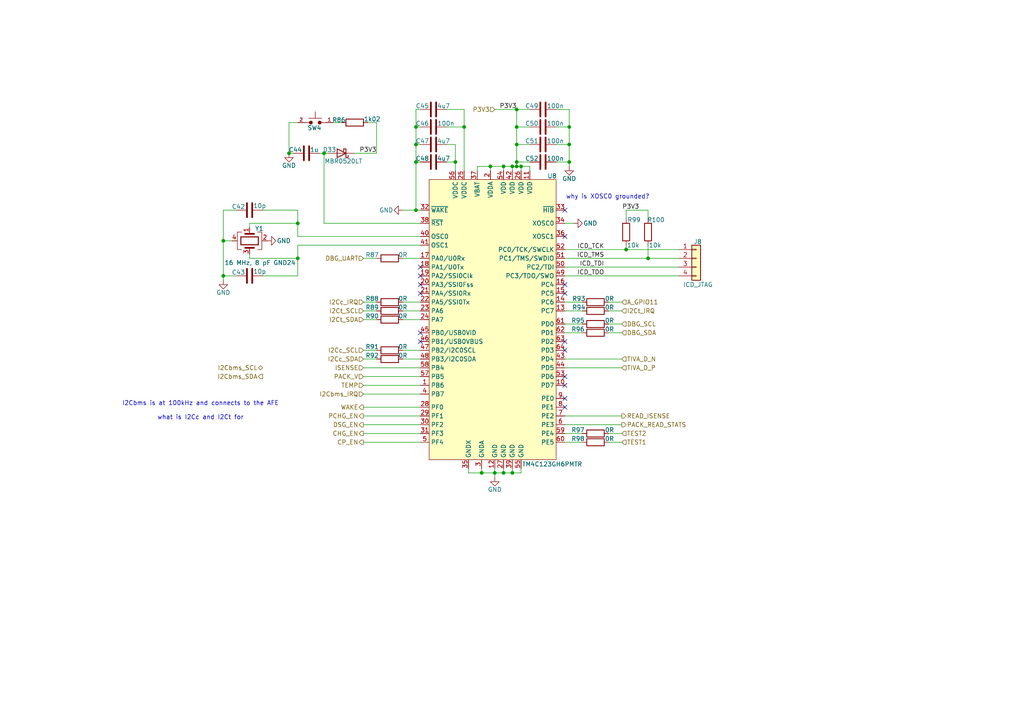
<source format=kicad_sch>
(kicad_sch (version 20250114) (generator "eeschema") (generator_version "9.0")
  (paper "A4")
  (lib_symbols
    (symbol "Device:C" (pin_numbers (hide yes)) (pin_names (offset 0.254))
      (property "Reference" "C" (at 0.635 2.54 0))
      (property "Value" "C" (at 0.635 -2.54 0))
      (symbol "C_0_1"
        (polyline (pts (xy -2.032 0.762) (xy 2.032 0.762)) (stroke (width 0.508)))
        (polyline (pts (xy -2.032 -0.762) (xy 2.032 -0.762)) (stroke (width 0.508)))
      )
      (symbol "C_1_1"
        (pin passive line (at 0 3.81 270) (length 2.794) (name "~") (number "1"))
        (pin passive line (at 0 -3.81 90) (length 2.794) (name "~") (number "2"))
      )
    )
    (symbol "Device:Crystal_GND24" (pin_names (offset 1.016) (hide yes))
      (property "Reference" "Y" (at 3.175 5.08 0))
      (property "Value" "Crystal_GND24" (at 3.175 3.175 0))
      (symbol "Crystal_GND24_0_1"
        (polyline (pts (xy -2.54 2.286) (xy -2.54 3.556) (xy 2.54 3.556) (xy 2.54 2.286)))
        (polyline (pts (xy -2.54 0) (xy -2.032 0)))
        (polyline (pts (xy -2.54 -2.286) (xy -2.54 -3.556) (xy 2.54 -3.556) (xy 2.54 -2.286)))
        (polyline (pts (xy -2.032 -1.27) (xy -2.032 1.27)) (stroke (width 0.508)))
        (rectangle (start -1.143 2.54) (end 1.143 -2.54) (stroke (width 0.3048)))
        (polyline (pts (xy 0 3.556) (xy 0 3.81)))
        (polyline (pts (xy 0 -3.81) (xy 0 -3.556)))
        (polyline (pts (xy 2.032 0) (xy 2.54 0)))
        (polyline (pts (xy 2.032 -1.27) (xy 2.032 1.27)) (stroke (width 0.508)))
      )
      (symbol "Crystal_GND24_1_1"
        (pin passive line (at -3.81 0 0) (length 1.27) (name "1") (number "1"))
        (pin passive line (at 0 5.08 270) (length 1.27) (name "2") (number "2"))
        (pin passive line (at 0 -5.08 90) (length 1.27) (name "4") (number "4"))
        (pin passive line (at 3.81 0 180) (length 1.27) (name "3") (number "3"))
      )
    )
    (symbol "Device:R" (pin_numbers (hide yes)) (pin_names (offset 0))
      (property "Reference" "R" (at 2.032 0 90))
      (property "Value" "R" (at 0 0 90))
      (symbol "R_0_1"
        (rectangle (start -1.016 -2.54) (end 1.016 2.54) (stroke (width 0.254)))
      )
      (symbol "R_1_1"
        (pin passive line (at 0 3.81 270) (length 1.27) (name "~") (number "1"))
        (pin passive line (at 0 -3.81 90) (length 1.27) (name "~") (number "2"))
      )
    )
    (symbol "Diode:MBR0520LT" (pin_numbers (hide yes)) (pin_names (offset 1.016) (hide yes))
      (property "Reference" "D" (at 0 2.54 0))
      (property "Value" "MBR0520LT" (at 0 -2.54 0))
      (symbol "MBR0520LT_0_1"
        (polyline (pts (xy -1.905 0.635) (xy -1.905 1.27) (xy -1.27 1.27) (xy -1.27 -1.27) (xy -0.635 -1.27) (xy -0.635 -0.635)) (stroke (width 0.254)))
        (polyline (pts (xy 1.27 1.27) (xy 1.27 -1.27) (xy -1.27 0) (xy 1.27 1.27)) (stroke (width 0.254)))
        (polyline (pts (xy 1.27 0) (xy -1.27 0)))
      )
      (symbol "MBR0520LT_1_1"
        (pin passive line (at -3.81 0 0) (length 2.54) (name "K") (number "1"))
        (pin passive line (at 3.81 0 180) (length 2.54) (name "A") (number "2"))
      )
    )
    (symbol "MCU_Texas:TM4C123GH6PMTR"
      (property "Reference" "U" (at 20.32 44.958 0))
      (property "Value" "TM4C123GH6PMTR" (at 36.576 41.656 0))
      (symbol "TM4C123GH6PMTR_0_1"
        (rectangle (start -17.78 41.91) (end 19.05 -39.37) (fill (type background)))
      )
      (symbol "TM4C123GH6PMTR_1_1"
        (pin input line (at -20.32 33.02 0) (length 2.54) (name "~{WAKE}") (number "32"))
        (pin input line (at -20.32 29.21 0) (length 2.54) (name "~{RST}") (number "38"))
        (pin input line (at -20.32 25.4 0) (length 2.54) (name "OSC0") (number "40"))
        (pin output line (at -20.32 22.86 0) (length 2.54) (name "OSC1") (number "41"))
        (pin bidirectional line (at -20.32 19.05 0) (length 2.54) (name "PA0/U0Rx") (number "17"))
        (pin bidirectional line (at -20.32 16.51 0) (length 2.54) (name "PA1/U0Tx") (number "18"))
        (pin bidirectional line (at -20.32 13.97 0) (length 2.54) (name "PA2/SSI0Clk") (number "19"))
        (pin bidirectional line (at -20.32 11.43 0) (length 2.54) (name "PA3/SSI0Fss") (number "20"))
        (pin bidirectional line (at -20.32 8.89 0) (length 2.54) (name "PA4/SSI0Rx") (number "21"))
        (pin bidirectional line (at -20.32 6.35 0) (length 2.54) (name "PA5/SSI0Tx") (number "22"))
        (pin bidirectional line (at -20.32 3.81 0) (length 2.54) (name "PA6") (number "23"))
        (pin bidirectional line (at -20.32 1.27 0) (length 2.54) (name "PA7") (number "24"))
        (pin bidirectional line (at -20.32 -2.54 0) (length 2.54) (name "PB0/USB0VID") (number "45"))
        (pin bidirectional line (at -20.32 -5.08 0) (length 2.54) (name "PB1/USB0VBUS") (number "46"))
        (pin bidirectional line (at -20.32 -7.62 0) (length 2.54) (name "PB2/I2C0SCL") (number "47"))
        (pin bidirectional line (at -20.32 -10.16 0) (length 2.54) (name "PB3/I2C0SDA") (number "48"))
        (pin bidirectional line (at -20.32 -12.7 0) (length 2.54) (name "PB4") (number "58"))
        (pin bidirectional line (at -20.32 -15.24 0) (length 2.54) (name "PB5") (number "57"))
        (pin bidirectional line (at -20.32 -17.78 0) (length 2.54) (name "PB6") (number "1"))
        (pin bidirectional line (at -20.32 -20.32 0) (length 2.54) (name "PB7") (number "4"))
        (pin bidirectional line (at -20.32 -24.13 0) (length 2.54) (name "PF0") (number "28"))
        (pin bidirectional line (at -20.32 -26.67 0) (length 2.54) (name "PF1") (number "29"))
        (pin bidirectional line (at -20.32 -29.21 0) (length 2.54) (name "PF2") (number "30"))
        (pin bidirectional line (at -20.32 -31.75 0) (length 2.54) (name "PF3") (number "31"))
        (pin bidirectional line (at -20.32 -34.29 0) (length 2.54) (name "PF4") (number "5"))
        (pin power_in line (at -10.16 44.45 270) (length 2.54) (name "VDDC") (number "56"))
        (pin power_in line (at -7.62 44.45 270) (length 2.54) (name "VDDC") (number "25"))
        (pin power_in line (at -6.35 -41.91 90) (length 2.54) (name "GNDX") (number "35"))
        (pin power_in line (at -3.81 44.45 270) (length 2.54) (name "VBAT") (number "37"))
        (pin power_in line (at -2.54 -41.91 90) (length 2.54) (name "GNDA") (number "3"))
        (pin power_in line (at 0 44.45 270) (length 2.54) (name "VDDA") (number "2"))
        (pin power_in line (at 1.27 -41.91 90) (length 2.54) (name "GND") (number "12"))
        (pin power_in line (at 3.81 44.45 270) (length 2.54) (name "VDD") (number "54"))
        (pin power_in line (at 3.81 -41.91 90) (length 2.54) (name "GND") (number "27"))
        (pin power_in line (at 6.35 44.45 270) (length 2.54) (name "VDD") (number "42"))
        (pin power_in line (at 6.35 -41.91 90) (length 2.54) (name "GND") (number "39"))
        (pin power_in line (at 8.89 44.45 270) (length 2.54) (name "VDD") (number "26"))
        (pin power_in line (at 8.89 -41.91 90) (length 2.54) (name "GND") (number "55"))
        (pin power_in line (at 11.43 44.45 270) (length 2.54) (name "VDD") (number "11"))
        (pin output line (at 21.59 33.02 180) (length 2.54) (name "~{HIB}") (number "33"))
        (pin input line (at 21.59 29.21 180) (length 2.54) (name "XOSC0") (number "34"))
        (pin output line (at 21.59 25.4 180) (length 2.54) (name "XOSC1") (number "36"))
        (pin bidirectional line (at 21.59 21.59 180) (length 2.54) (name "PC0/TCK/SWCLK") (number "52"))
        (pin bidirectional line (at 21.59 19.05 180) (length 2.54) (name "PC1/TMS/SWDIO") (number "51"))
        (pin bidirectional line (at 21.59 16.51 180) (length 2.54) (name "PC2/TDI") (number "50"))
        (pin bidirectional line (at 21.59 13.97 180) (length 2.54) (name "PC3/TDO/SWO") (number "49"))
        (pin bidirectional line (at 21.59 11.43 180) (length 2.54) (name "PC4") (number "16"))
        (pin bidirectional line (at 21.59 8.89 180) (length 2.54) (name "PC5") (number "15"))
        (pin bidirectional line (at 21.59 6.35 180) (length 2.54) (name "PC6") (number "14"))
        (pin bidirectional line (at 21.59 3.81 180) (length 2.54) (name "PC7") (number "13"))
        (pin bidirectional line (at 21.59 0 180) (length 2.54) (name "PD0") (number "61"))
        (pin bidirectional line (at 21.59 -2.54 180) (length 2.54) (name "PD1") (number "62"))
        (pin bidirectional line (at 21.59 -5.08 180) (length 2.54) (name "PD2") (number "63"))
        (pin bidirectional line (at 21.59 -7.62 180) (length 2.54) (name "PD3") (number "64"))
        (pin bidirectional line (at 21.59 -10.16 180) (length 2.54) (name "PD4") (number "43"))
        (pin bidirectional line (at 21.59 -12.7 180) (length 2.54) (name "PD5") (number "44"))
        (pin bidirectional line (at 21.59 -15.24 180) (length 2.54) (name "PD6") (number "53"))
        (pin bidirectional line (at 21.59 -17.78 180) (length 2.54) (name "PD7") (number "10"))
        (pin bidirectional line (at 21.59 -21.59 180) (length 2.54) (name "PE0") (number "9"))
        (pin bidirectional line (at 21.59 -24.13 180) (length 2.54) (name "PE1") (number "8"))
        (pin bidirectional line (at 21.59 -26.67 180) (length 2.54) (name "PE2") (number "7"))
        (pin bidirectional line (at 21.59 -29.21 180) (length 2.54) (name "PE3") (number "6"))
        (pin bidirectional line (at 21.59 -31.75 180) (length 2.54) (name "PE4") (number "59"))
        (pin bidirectional line (at 21.59 -34.29 180) (length 2.54) (name "PE5") (number "60"))
      )
    )
    (symbol "PCM_4ms_Connector:Conn_01x04" (pin_names (offset 1.016) (hide yes))
      (property "Reference" "J" (at 0 5.08 0))
      (property "Value" "Conn_01x04" (at 0 -7.62 0))
      (symbol "Conn_01x04_1_1"
        (rectangle (start -1.27 3.81) (end 1.27 -6.35) (stroke (width 0.254)) (fill (type background)))
        (rectangle (start -1.27 2.667) (end 0 2.413) (stroke (width 0.1524)))
        (rectangle (start -1.27 0.127) (end 0 -0.127) (stroke (width 0.1524)))
        (rectangle (start -1.27 -2.413) (end 0 -2.667) (stroke (width 0.1524)))
        (rectangle (start -1.27 -4.953) (end 0 -5.207) (stroke (width 0.1524)))
        (pin passive line (at -5.08 2.54 0) (length 3.81) (name "Pin_1") (number "1"))
        (pin passive line (at -5.08 0 0) (length 3.81) (name "Pin_2") (number "2"))
        (pin passive line (at -5.08 -2.54 0) (length 3.81) (name "Pin_3") (number "3"))
        (pin passive line (at -5.08 -5.08 0) (length 3.81) (name "Pin_4") (number "4"))
      )
    )
    (symbol "PCM_SL_Devices:Push_Button"
      (property "Reference" "SW" (at 0 6.35 0))
      (property "Value" "Push_Button" (at 0 4.445 0))
      (symbol "Push_Button_0_1"
        (polyline (pts (xy -3.175 0) (xy -1.778 0)))
        (polyline (pts (xy -1.905 1.27) (xy 1.905 1.27)))
        (circle (center -1.27 0) (radius 0.4579) (fill (type outline)))
        (polyline (pts (xy 0 1.27) (xy 0 3.175)))
        (circle (center 1.27 0) (radius 0.4579) (fill (type outline)))
        (polyline (pts (xy 1.778 0) (xy 3.175 0)))
      )
      (symbol "Push_Button_1_1"
        (pin passive line (at -5.08 0 0) (length 2) (name "") (number "1"))
        (pin passive line (at 5.08 0 180) (length 2) (name "") (number "2"))
      )
    )
    (symbol "power:GND" (power) (pin_numbers (hide yes)) (pin_names (offset 0) (hide yes))
      (property "Value" "GND" (at 0 -3.81 0))
      (symbol "GND_0_1"
        (polyline (pts (xy 0 0) (xy 0 -1.27) (xy 1.27 -1.27) (xy 0 -2.54) (xy -1.27 -1.27) (xy 0 -1.27)))
      )
      (symbol "GND_1_1"
        (pin power_in line (at 0 0 270) (length 0) (name "~") (number "1"))
      )
    )
  )
  (text "why is XOSC0 grounded?" (at 176.276 57.15 0) (effects (font (size 1.27 1.27))))
  (text "I2Cbms is at 100kHz and connects to the AFE\n\nwhat is I2Cc and I2Ct for" (at 58.166 119.126 0) (effects (font (size 1.27 1.27))))
  (junction (at 165.1 46.99))
  (junction (at 149.86 41.91))
  (junction (at 151.13 48.26))
  (junction (at 149.86 31.75))
  (junction (at 120.65 60.96))
  (junction (at 181.61 72.39))
  (junction (at 132.08 46.99))
  (junction (at 83.82 44.45))
  (junction (at 187.96 74.93))
  (junction (at 142.24 48.26))
  (junction (at 134.62 36.83))
  (junction (at 64.77 69.85))
  (junction (at 149.86 46.99))
  (junction (at 93.98 44.45))
  (junction (at 146.05 137.16))
  (junction (at 165.1 36.83))
  (junction (at 86.36 74.93))
  (junction (at 146.05 48.26))
  (junction (at 143.51 137.16))
  (junction (at 120.65 41.91))
  (junction (at 149.86 36.83))
  (junction (at 139.7 137.16))
  (junction (at 149.86 48.26))
  (junction (at 120.65 46.99))
  (junction (at 120.65 36.83))
  (junction (at 165.1 41.91))
  (junction (at 148.59 48.26))
  (junction (at 148.59 137.16))
  (junction (at 64.77 80.01))
  (junction (at 86.36 64.77))
  (no_connect (at 121.92 85.09))
  (no_connect (at 163.83 115.57))
  (no_connect (at 163.83 82.55))
  (no_connect (at 121.92 82.55))
  (no_connect (at 163.83 85.09))
  (no_connect (at 121.92 96.52))
  (no_connect (at 163.83 118.11))
  (no_connect (at 163.83 111.76))
  (no_connect (at 163.83 109.22))
  (no_connect (at 121.92 80.01))
  (no_connect (at 163.83 68.58))
  (no_connect (at 163.83 101.6))
  (no_connect (at 163.83 99.06))
  (no_connect (at 163.83 60.96))
  (no_connect (at 121.92 99.06))
  (no_connect (at 121.92 77.47))
  (wire (pts (xy 129.54 41.91) (xy 132.08 41.91)))
  (wire (pts (xy 116.84 90.17) (xy 121.92 90.17)))
  (wire (pts (xy 86.36 64.77) (xy 86.36 68.58)))
  (wire (pts (xy 86.36 68.58) (xy 121.92 68.58)))
  (wire (pts (xy 163.83 104.14) (xy 180.34 104.14)))
  (wire (pts (xy 135.89 135.89) (xy 135.89 137.16)))
  (wire (pts (xy 163.83 90.17) (xy 168.91 90.17)))
  (wire (pts (xy 149.86 31.75) (xy 153.67 31.75)))
  (wire (pts (xy 120.65 60.96) (xy 121.92 60.96)))
  (wire (pts (xy 149.86 36.83) (xy 149.86 41.91)))
  (wire (pts (xy 176.53 96.52) (xy 180.34 96.52)))
  (wire (pts (xy 72.39 64.77) (xy 86.36 64.77)))
  (wire (pts (xy 149.86 48.26) (xy 151.13 48.26)))
  (wire (pts (xy 83.82 35.56) (xy 83.82 44.45)))
  (wire (pts (xy 64.77 80.01) (xy 64.77 81.28)))
  (wire (pts (xy 109.22 35.56) (xy 109.22 44.45)))
  (wire (pts (xy 138.43 48.26) (xy 142.24 48.26)))
  (wire (pts (xy 86.36 71.12) (xy 86.36 74.93)))
  (wire (pts (xy 93.98 44.45) (xy 93.98 64.77)))
  (wire (pts (xy 151.13 48.26) (xy 151.13 49.53)))
  (wire (pts (xy 109.22 87.63) (xy 105.41 87.63)))
  (wire (pts (xy 109.22 92.71) (xy 105.41 92.71)))
  (wire (pts (xy 116.84 74.93) (xy 121.92 74.93)))
  (wire (pts (xy 163.83 106.68) (xy 180.34 106.68)))
  (wire (pts (xy 120.65 31.75) (xy 120.65 36.83)))
  (wire (pts (xy 105.41 109.22) (xy 121.92 109.22)))
  (wire (pts (xy 92.71 44.45) (xy 93.98 44.45)))
  (wire (pts (xy 181.61 71.12) (xy 181.61 72.39)))
  (wire (pts (xy 176.53 125.73) (xy 180.34 125.73)))
  (wire (pts (xy 64.77 69.85) (xy 64.77 80.01)))
  (wire (pts (xy 96.52 35.56) (xy 99.06 35.56)))
  (wire (pts (xy 163.83 72.39) (xy 181.61 72.39)))
  (wire (pts (xy 148.59 137.16) (xy 151.13 137.16)))
  (wire (pts (xy 163.83 64.77) (xy 166.37 64.77)))
  (wire (pts (xy 163.83 125.73) (xy 168.91 125.73)))
  (wire (pts (xy 86.36 74.93) (xy 86.36 80.01)))
  (wire (pts (xy 187.96 60.96) (xy 187.96 63.5)))
  (wire (pts (xy 176.53 128.27) (xy 180.34 128.27)))
  (wire (pts (xy 148.59 48.26) (xy 148.59 49.53)))
  (wire (pts (xy 161.29 31.75) (xy 165.1 31.75)))
  (wire (pts (xy 163.83 96.52) (xy 168.91 96.52)))
  (wire (pts (xy 163.83 77.47) (xy 196.85 77.47)))
  (wire (pts (xy 146.05 48.26) (xy 146.05 49.53)))
  (wire (pts (xy 64.77 60.96) (xy 68.58 60.96)))
  (wire (pts (xy 116.84 87.63) (xy 121.92 87.63)))
  (wire (pts (xy 134.62 31.75) (xy 134.62 36.83)))
  (wire (pts (xy 139.7 135.89) (xy 139.7 137.16)))
  (wire (pts (xy 129.54 46.99) (xy 132.08 46.99)))
  (wire (pts (xy 161.29 41.91) (xy 165.1 41.91)))
  (wire (pts (xy 120.65 46.99) (xy 121.92 46.99)))
  (wire (pts (xy 149.86 46.99) (xy 149.86 48.26)))
  (wire (pts (xy 109.22 35.56) (xy 106.68 35.56)))
  (wire (pts (xy 151.13 135.89) (xy 151.13 137.16)))
  (wire (pts (xy 132.08 46.99) (xy 132.08 49.53)))
  (wire (pts (xy 76.2 60.96) (xy 86.36 60.96)))
  (wire (pts (xy 163.83 123.19) (xy 180.34 123.19)))
  (wire (pts (xy 120.65 41.91) (xy 121.92 41.91)))
  (wire (pts (xy 135.89 137.16) (xy 139.7 137.16)))
  (wire (pts (xy 120.65 31.75) (xy 121.92 31.75)))
  (wire (pts (xy 142.24 48.26) (xy 142.24 49.53)))
  (wire (pts (xy 187.96 71.12) (xy 187.96 74.93)))
  (wire (pts (xy 76.2 80.01) (xy 86.36 80.01)))
  (wire (pts (xy 149.86 36.83) (xy 153.67 36.83)))
  (wire (pts (xy 181.61 60.96) (xy 187.96 60.96)))
  (wire (pts (xy 146.05 137.16) (xy 148.59 137.16)))
  (wire (pts (xy 138.43 48.26) (xy 138.43 49.53)))
  (wire (pts (xy 161.29 46.99) (xy 165.1 46.99)))
  (wire (pts (xy 163.83 74.93) (xy 187.96 74.93)))
  (wire (pts (xy 146.05 48.26) (xy 148.59 48.26)))
  (wire (pts (xy 105.41 120.65) (xy 121.92 120.65)))
  (wire (pts (xy 149.86 41.91) (xy 153.67 41.91)))
  (wire (pts (xy 163.83 93.98) (xy 168.91 93.98)))
  (wire (pts (xy 116.84 92.71) (xy 121.92 92.71)))
  (wire (pts (xy 176.53 87.63) (xy 180.34 87.63)))
  (wire (pts (xy 85.09 44.45) (xy 83.82 44.45)))
  (wire (pts (xy 121.92 101.6) (xy 116.84 101.6)))
  (wire (pts (xy 165.1 46.99) (xy 165.1 48.26)))
  (wire (pts (xy 64.77 80.01) (xy 68.58 80.01)))
  (wire (pts (xy 72.39 73.66) (xy 72.39 74.93)))
  (wire (pts (xy 64.77 60.96) (xy 64.77 69.85)))
  (wire (pts (xy 129.54 36.83) (xy 134.62 36.83)))
  (wire (pts (xy 143.51 137.16) (xy 146.05 137.16)))
  (wire (pts (xy 151.13 48.26) (xy 153.67 48.26)))
  (wire (pts (xy 72.39 74.93) (xy 86.36 74.93)))
  (wire (pts (xy 143.51 135.89) (xy 143.51 137.16)))
  (wire (pts (xy 163.83 120.65) (xy 180.34 120.65)))
  (wire (pts (xy 105.41 114.3) (xy 121.92 114.3)))
  (wire (pts (xy 120.65 46.99) (xy 120.65 60.96)))
  (wire (pts (xy 120.65 41.91) (xy 120.65 46.99)))
  (wire (pts (xy 86.36 35.56) (xy 83.82 35.56)))
  (wire (pts (xy 176.53 93.98) (xy 180.34 93.98)))
  (wire (pts (xy 121.92 104.14) (xy 116.84 104.14)))
  (wire (pts (xy 142.24 48.26) (xy 146.05 48.26)))
  (wire (pts (xy 105.41 128.27) (xy 121.92 128.27)))
  (wire (pts (xy 105.41 111.76) (xy 121.92 111.76)))
  (wire (pts (xy 176.53 90.17) (xy 180.34 90.17)))
  (wire (pts (xy 139.7 137.16) (xy 143.51 137.16)))
  (wire (pts (xy 163.83 128.27) (xy 168.91 128.27)))
  (wire (pts (xy 134.62 36.83) (xy 134.62 49.53)))
  (wire (pts (xy 105.41 125.73) (xy 121.92 125.73)))
  (wire (pts (xy 165.1 36.83) (xy 165.1 41.91)))
  (wire (pts (xy 95.25 44.45) (xy 93.98 44.45)))
  (wire (pts (xy 149.86 46.99) (xy 153.67 46.99)))
  (wire (pts (xy 86.36 71.12) (xy 121.92 71.12)))
  (wire (pts (xy 143.51 137.16) (xy 143.51 138.43)))
  (wire (pts (xy 187.96 74.93) (xy 196.85 74.93)))
  (wire (pts (xy 105.41 106.68) (xy 121.92 106.68)))
  (wire (pts (xy 165.1 31.75) (xy 165.1 36.83)))
  (wire (pts (xy 116.84 60.96) (xy 120.65 60.96)))
  (wire (pts (xy 120.65 36.83) (xy 120.65 41.91)))
  (wire (pts (xy 109.22 74.93) (xy 105.41 74.93)))
  (wire (pts (xy 148.59 48.26) (xy 149.86 48.26)))
  (wire (pts (xy 181.61 60.96) (xy 181.61 63.5)))
  (wire (pts (xy 163.83 80.01) (xy 196.85 80.01)))
  (wire (pts (xy 109.22 44.45) (xy 102.87 44.45)))
  (wire (pts (xy 146.05 135.89) (xy 146.05 137.16)))
  (wire (pts (xy 149.86 41.91) (xy 149.86 46.99)))
  (wire (pts (xy 153.67 48.26) (xy 153.67 49.53)))
  (wire (pts (xy 72.39 64.77) (xy 72.39 66.04)))
  (wire (pts (xy 93.98 64.77) (xy 121.92 64.77)))
  (wire (pts (xy 120.65 36.83) (xy 121.92 36.83)))
  (wire (pts (xy 149.86 31.75) (xy 149.86 36.83)))
  (wire (pts (xy 132.08 41.91) (xy 132.08 46.99)))
  (wire (pts (xy 181.61 72.39) (xy 196.85 72.39)))
  (wire (pts (xy 148.59 135.89) (xy 148.59 137.16)))
  (wire (pts (xy 163.83 87.63) (xy 168.91 87.63)))
  (wire (pts (xy 165.1 41.91) (xy 165.1 46.99)))
  (wire (pts (xy 105.41 118.11) (xy 121.92 118.11)))
  (wire (pts (xy 109.22 101.6) (xy 105.41 101.6)))
  (wire (pts (xy 105.41 123.19) (xy 121.92 123.19)))
  (wire (pts (xy 161.29 36.83) (xy 165.1 36.83)))
  (wire (pts (xy 143.51 31.75) (xy 149.86 31.75)))
  (wire (pts (xy 86.36 60.96) (xy 86.36 64.77)))
  (wire (pts (xy 64.77 69.85) (xy 67.31 69.85)))
  (wire (pts (xy 109.22 90.17) (xy 105.41 90.17)))
  (wire (pts (xy 109.22 104.14) (xy 105.41 104.14)))
  (wire (pts (xy 129.54 31.75) (xy 134.62 31.75)))
  (label "ICD_TDO" (at 175.26 80.01 180))
  (label "P3V3" (at 109.22 44.45 180))
  (label "ICD_TCK" (at 175.26 72.39 180))
  (label "P3V3" (at 149.86 31.75 180))
  (label "P3V3" (at 185.42 60.96 180))
  (label "ICD_TDI" (at 175.26 77.47 180))
  (label "ICD_TMS" (at 175.26 74.93 180))
  (hierarchical_label "I2Cc_IRQ" (shape input) (at 105.41 87.63 180))
  (hierarchical_label "I2Ct_SDA" (shape input) (at 105.41 92.71 180))
  (hierarchical_label "WAKE" (shape output) (at 105.41 118.11 180))
  (hierarchical_label "I2Ct_IRQ" (shape input) (at 180.34 90.17 0))
  (hierarchical_label "CHG_EN" (shape output) (at 105.41 125.73 180))
  (hierarchical_label "DBG_SCL" (shape input) (at 180.34 93.98 0))
  (hierarchical_label "DBG_SDA" (shape input) (at 180.34 96.52 0))
  (hierarchical_label "ISENSE" (shape input) (at 105.41 106.68 180))
  (hierarchical_label "P3V3" (shape input) (at 143.51 31.75 180))
  (hierarchical_label "DBG_UART" (shape input) (at 105.41 74.93 180))
  (hierarchical_label "I2Cbms_SCL" (shape bidirectional) (at 76.2 106.68 180))
  (hierarchical_label "CP_EN" (shape output) (at 105.41 128.27 180))
  (hierarchical_label "A_GPIO11" (shape input) (at 180.34 87.63 0))
  (hierarchical_label "PACK_V" (shape input) (at 105.41 109.22 180))
  (hierarchical_label "I2Ct_SCL" (shape input) (at 105.41 90.17 180))
  (hierarchical_label "READ_ISENSE" (shape output) (at 180.34 120.65 0))
  (hierarchical_label "DSG_EN" (shape output) (at 105.41 123.19 180))
  (hierarchical_label "I2Cbms_IRQ" (shape input) (at 105.41 114.3 180))
  (hierarchical_label "I2Cc_SDA" (shape input) (at 105.41 104.14 180))
  (hierarchical_label "PACK_READ_STATS" (shape output) (at 180.34 123.19 0))
  (hierarchical_label "TIVA_D_P" (shape input) (at 180.34 106.68 0))
  (hierarchical_label "TEST2" (shape input) (at 180.34 125.73 0))
  (hierarchical_label "TEST1" (shape input) (at 180.34 128.27 0))
  (hierarchical_label "TEMP" (shape input) (at 105.41 111.76 180))
  (hierarchical_label "TIVA_D_N" (shape input) (at 180.34 104.14 0))
  (hierarchical_label "PCHG_EN" (shape output) (at 105.41 120.65 180))
  (hierarchical_label "I2Cc_SCL" (shape input) (at 105.41 101.6 180))
  (hierarchical_label "I2Cbms_SDA" (shape output) (at 76.2 109.22 180))
  (symbol (lib_id "Device:R") (at 172.72 93.98 90) (mirror x) (unit 1)
    (property "Reference" "R95" (at 167.64 92.964 90))
    (property "Value" "0R" (at 176.784 92.964 90))
    (property "Description" "Resistor" (effects (hide yes)))
  )
  (symbol (lib_id "power:GND") (at 64.77 81.28 0) (unit 1)
    (property "Reference" "#PWR033" (effects (hide yes)))
    (property "Value" "GND" (at 64.77 84.836 0))
    (property "Description" "Power symbol creates a global label with name \"GND\" , ground" (effects (hide yes)))
  )
  (symbol (lib_id "Device:R") (at 113.03 92.71 270) (unit 1)
    (property "Reference" "R90" (at 107.95 91.694 90))
    (property "Value" "0R" (at 116.84 91.694 90))
    (property "Description" "Resistor" (effects (hide yes)))
  )
  (symbol (lib_id "Device:R") (at 113.03 101.6 270) (unit 1)
    (property "Reference" "R91" (at 107.95 100.584 90))
    (property "Value" "0R" (at 116.84 100.584 90))
    (property "Description" "Resistor" (effects (hide yes)))
  )
  (symbol (lib_id "Device:C") (at 157.48 31.75 90) (unit 1)
    (property "Reference" "C49" (at 156.21 30.734 90) (effects (justify left)))
    (property "Value" "100n" (at 163.576 30.734 90) (effects (justify left)))
    (property "Description" "Unpolarized capacitor" (effects (hide yes)))
  )
  (symbol (lib_id "Device:C") (at 125.73 41.91 90) (unit 1)
    (property "Reference" "C47" (at 124.46 40.894 90) (effects (justify left)))
    (property "Value" "4u7" (at 130.556 40.894 90) (effects (justify left)))
    (property "Description" "Unpolarized capacitor" (effects (hide yes)))
  )
  (symbol (lib_id "Device:R") (at 172.72 90.17 90) (mirror x) (unit 1)
    (property "Reference" "R94" (at 167.894 89.154 90))
    (property "Value" "0R" (at 176.784 89.154 90))
    (property "Description" "Resistor" (effects (hide yes)))
  )
  (symbol (lib_id "power:GND") (at 166.37 64.77 90) (unit 1)
    (property "Reference" "#PWR039" (effects (hide yes)))
    (property "Value" "GND" (at 171.196 64.77 90))
    (property "Description" "Power symbol creates a global label with name \"GND\" , ground" (effects (hide yes)))
  )
  (symbol (lib_id "PCM_4ms_Connector:Conn_01x04") (at 201.93 74.93 0) (unit 1)
    (property "Reference" "J8" (at 201.168 70.104 0) (effects (justify left)))
    (property "Value" "ICD_JTAG" (at 198.12 82.55 0) (effects (justify left)))
    (property "Footprint" "4ms_Connector:Pins_1x04_2.54mm_TH_SWD" (effects (hide yes)))
    (property "Description" "HEADER 1x4 MALE PINS 0.100” 180deg" (effects (hide yes)))
    (property "Specifications" "HEADER 1x4 MALE PINS 0.100” 180deg" (effects (hide yes)))
    (property "Manufacturer" "TAD" (effects (hide yes)))
    (property "Part Number" "1-0401FBV0T" (effects (hide yes)))
  )
  (symbol (lib_id "PCM_SL_Devices:Push_Button") (at 91.44 35.56 0) (mirror y) (unit 1)
    (property "Reference" "SW4" (at 89.154 37.084 0) (effects (justify right)))
    (property "Value" "Push_Button" (effects (hide yes)))
    (property "Footprint" "Button_Switch_THT:SW_PUSH_6mm" (effects (hide yes)))
    (property "Description" "Common 6mmx6mm Push Button" (effects (hide yes)))
  )
  (symbol (lib_id "Device:C") (at 88.9 44.45 90) (mirror x) (unit 1)
    (property "Reference" "C44" (at 87.63 43.434 90) (effects (justify left)))
    (property "Value" "1u" (at 92.456 43.434 90) (effects (justify left)))
    (property "Description" "Unpolarized capacitor" (effects (hide yes)))
  )
  (symbol (lib_id "power:GND") (at 165.1 48.26 0) (unit 1)
    (property "Reference" "#PWR038" (effects (hide yes)))
    (property "Value" "GND" (at 165.1 51.816 0))
    (property "Description" "Power symbol creates a global label with name \"GND\" , ground" (effects (hide yes)))
  )
  (symbol (lib_id "power:GND") (at 143.51 138.43 0) (unit 1)
    (property "Reference" "#PWR037" (effects (hide yes)))
    (property "Value" "GND" (at 143.51 141.986 0))
    (property "Description" "Power symbol creates a global label with name \"GND\" , ground" (effects (hide yes)))
  )
  (symbol (lib_id "Device:R") (at 113.03 74.93 270) (unit 1)
    (property "Reference" "R87" (at 107.95 73.914 90))
    (property "Value" "0R" (at 116.84 73.914 90))
    (property "Description" "Resistor" (effects (hide yes)))
  )
  (symbol (lib_id "Device:R") (at 113.03 90.17 270) (unit 1)
    (property "Reference" "R89" (at 107.95 89.154 90))
    (property "Value" "0R" (at 116.84 89.154 90))
    (property "Description" "Resistor" (effects (hide yes)))
  )
  (symbol (lib_id "Device:C") (at 72.39 60.96 90) (unit 1)
    (property "Reference" "C42" (at 71.12 59.944 90) (effects (justify left)))
    (property "Value" "10p" (at 77.216 59.69 90) (effects (justify left)))
    (property "Description" "Unpolarized capacitor" (effects (hide yes)))
  )
  (symbol (lib_id "Device:C") (at 125.73 46.99 90) (unit 1)
    (property "Reference" "C48" (at 124.46 45.974 90) (effects (justify left)))
    (property "Value" "4u7" (at 130.556 45.974 90) (effects (justify left)))
    (property "Description" "Unpolarized capacitor" (effects (hide yes)))
  )
  (symbol (lib_id "Device:C") (at 157.48 46.99 90) (unit 1)
    (property "Reference" "C52" (at 156.21 45.974 90) (effects (justify left)))
    (property "Value" "100n" (at 163.576 45.974 90) (effects (justify left)))
    (property "Description" "Unpolarized capacitor" (effects (hide yes)))
  )
  (symbol (lib_id "Device:R") (at 181.61 67.31 180) (unit 1)
    (property "Reference" "R99" (at 183.896 63.754 0))
    (property "Value" "10k" (at 183.642 71.12 0))
    (property "Description" "Resistor" (effects (hide yes)))
  )
  (symbol (lib_id "Device:R") (at 172.72 125.73 90) (mirror x) (unit 1)
    (property "Reference" "R97" (at 167.64 124.714 90))
    (property "Value" "0R" (at 176.784 124.714 90))
    (property "Description" "Resistor" (effects (hide yes)))
  )
  (symbol (lib_id "power:GND") (at 83.82 44.45 0) (unit 1)
    (property "Reference" "#PWR035" (effects (hide yes)))
    (property "Value" "GND" (at 83.82 48.006 0))
    (property "Description" "Power symbol creates a global label with name \"GND\" , ground" (effects (hide yes)))
  )
  (symbol (lib_id "Device:R") (at 187.96 67.31 180) (unit 1)
    (property "Reference" "R100" (at 190.246 63.754 0))
    (property "Value" "10k" (at 189.992 71.12 0))
    (property "Description" "Resistor" (effects (hide yes)))
  )
  (symbol (lib_id "Device:C") (at 125.73 31.75 90) (unit 1)
    (property "Reference" "C45" (at 124.46 30.734 90) (effects (justify left)))
    (property "Value" "4u7" (at 130.556 30.734 90) (effects (justify left)))
    (property "Description" "Unpolarized capacitor" (effects (hide yes)))
  )
  (symbol (lib_id "Diode:MBR0520LT") (at 99.06 44.45 180) (unit 1)
    (property "Reference" "D33" (at 97.536 43.434 0) (effects (justify left)))
    (property "Value" "MBR0520LT" (at 105.156 46.736 0) (effects (justify left)))
    (property "Footprint" "Diode_SMD:D_SOD-123" (effects (hide yes)))
    (property "Datasheet" "http://www.onsemi.com/pub_link/Collateral/MBR0520LT1-D.PDF" (effects (hide yes)))
    (property "Description" "20V 0.5A Schottky Power Rectifier Diode, SOD-123" (effects (hide yes)))
  )
  (symbol (lib_id "Device:R") (at 172.72 96.52 90) (mirror x) (unit 1)
    (property "Reference" "R96" (at 167.64 95.504 90))
    (property "Value" "0R" (at 176.784 95.504 90))
    (property "Description" "Resistor" (effects (hide yes)))
  )
  (symbol (lib_id "power:GND") (at 116.84 60.96 270) (unit 1)
    (property "Reference" "#PWR036" (effects (hide yes)))
    (property "Value" "GND" (at 112.014 60.96 90))
    (property "Description" "Power symbol creates a global label with name \"GND\" , ground" (effects (hide yes)))
  )
  (symbol (lib_id "Device:C") (at 125.73 36.83 90) (unit 1)
    (property "Reference" "C46" (at 124.46 35.814 90) (effects (justify left)))
    (property "Value" "100n" (at 131.826 35.814 90) (effects (justify left)))
    (property "Description" "Unpolarized capacitor" (effects (hide yes)))
  )
  (symbol (lib_id "Device:R") (at 172.72 87.63 90) (mirror x) (unit 1)
    (property "Reference" "R93" (at 167.894 86.614 90))
    (property "Value" "0R" (at 176.784 86.614 90))
    (property "Description" "Resistor" (effects (hide yes)))
  )
  (symbol (lib_id "Device:C") (at 157.48 36.83 90) (unit 1)
    (property "Reference" "C50" (at 156.21 35.814 90) (effects (justify left)))
    (property "Value" "100n" (at 163.576 35.814 90) (effects (justify left)))
    (property "Description" "Unpolarized capacitor" (effects (hide yes)))
  )
  (symbol (lib_id "Device:C") (at 157.48 41.91 90) (unit 1)
    (property "Reference" "C51" (at 156.21 40.894 90) (effects (justify left)))
    (property "Value" "100n" (at 163.576 40.894 90) (effects (justify left)))
    (property "Description" "Unpolarized capacitor" (effects (hide yes)))
  )
  (symbol (lib_id "Device:C") (at 72.39 80.01 90) (unit 1)
    (property "Reference" "C43" (at 71.12 78.994 90) (effects (justify left)))
    (property "Value" "10p" (at 77.216 78.74 90) (effects (justify left)))
    (property "Description" "Unpolarized capacitor" (effects (hide yes)))
  )
  (symbol (lib_id "power:GND") (at 77.47 69.85 90) (unit 1)
    (property "Reference" "#PWR034" (effects (hide yes)))
    (property "Value" "GND" (at 82.296 69.85 90))
    (property "Description" "Power symbol creates a global label with name \"GND\" , ground" (effects (hide yes)))
  )
  (symbol (lib_id "Device:R") (at 113.03 87.63 270) (unit 1)
    (property "Reference" "R88" (at 107.95 86.614 90))
    (property "Value" "0R" (at 116.84 86.614 90))
    (property "Description" "Resistor" (effects (hide yes)))
  )
  (symbol (lib_id "MCU_Texas:TM4C123GH6PMTR") (at 142.24 93.98 0) (unit 1)
    (property "Reference" "U8" (at 158.75 51.054 0) (effects (justify left)))
    (property "Value" "TM4C123GH6PMTR" (at 151.384 134.62 0) (effects (justify left)))
    (property "Footprint" "LQFP (PM) | 64" (effects (hide yes)))
  )
  (symbol (lib_id "Device:Crystal_GND24") (at 72.39 69.85 270) (unit 1)
    (property "Reference" "Y1" (at 75.184 66.294 90))
    (property "Value" "16 MHz, 8 pF GND24" (at 75.438 76.2 90))
    (property "Description" "Four pin crystal, GND on pins 2 and 4" (effects (hide yes)))
  )
  (symbol (lib_id "Device:R") (at 172.72 128.27 90) (mirror x) (unit 1)
    (property "Reference" "R98" (at 167.64 127.254 90))
    (property "Value" "0R" (at 176.784 127.254 90))
    (property "Description" "Resistor" (effects (hide yes)))
  )
  (symbol (lib_id "Device:R") (at 102.87 35.56 90) (unit 1)
    (property "Reference" "R86" (at 98.298 34.798 90))
    (property "Value" "1k02" (at 107.95 34.544 90))
    (property "Description" "Resistor" (effects (hide yes)))
  )
  (symbol (lib_id "Device:R") (at 113.03 104.14 270) (unit 1)
    (property "Reference" "R92" (at 107.95 103.124 90))
    (property "Value" "0R" (at 116.84 103.124 90))
    (property "Description" "Resistor" (effects (hide yes)))
  )
)
</source>
